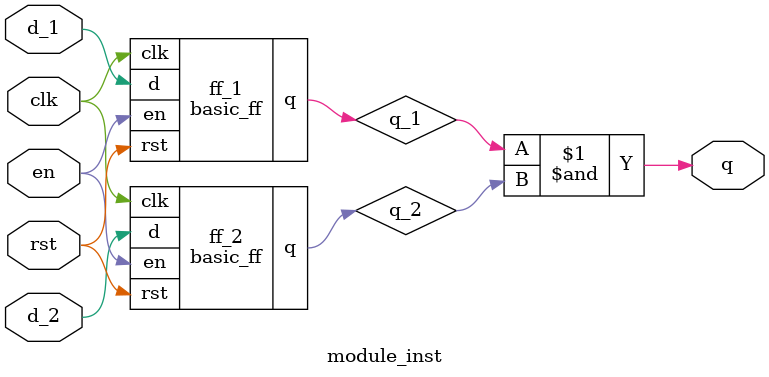
<source format=v>
module basic_ff(
	input clk, 
	input rst, 
	input en,
	input d, 
	output reg q
);

	wire next_q;

	assign next_q = en ? d : q;

	always @(posedge clk) begin
		if (rst)
			q <= 1'b0;
		else
			q <= next_q;
	end
endmodule

module module_inst(
	input clk, 
	input rst, 
	input en,
	input d_1,
	input d_2, 
	output q
);

wire q_1;
wire q_2;

assign q = q_1 & q_2;

basic_ff ff_1(
	.clk(clk),
	.rst(rst),
	.en(en),
	.d(d_1),
	.q(q_1)
);

basic_ff ff_2(
	.clk(clk),
	.rst(rst),
	.en(en),
	.d(d_2),
	.q(q_2)
);

endmodule
</source>
